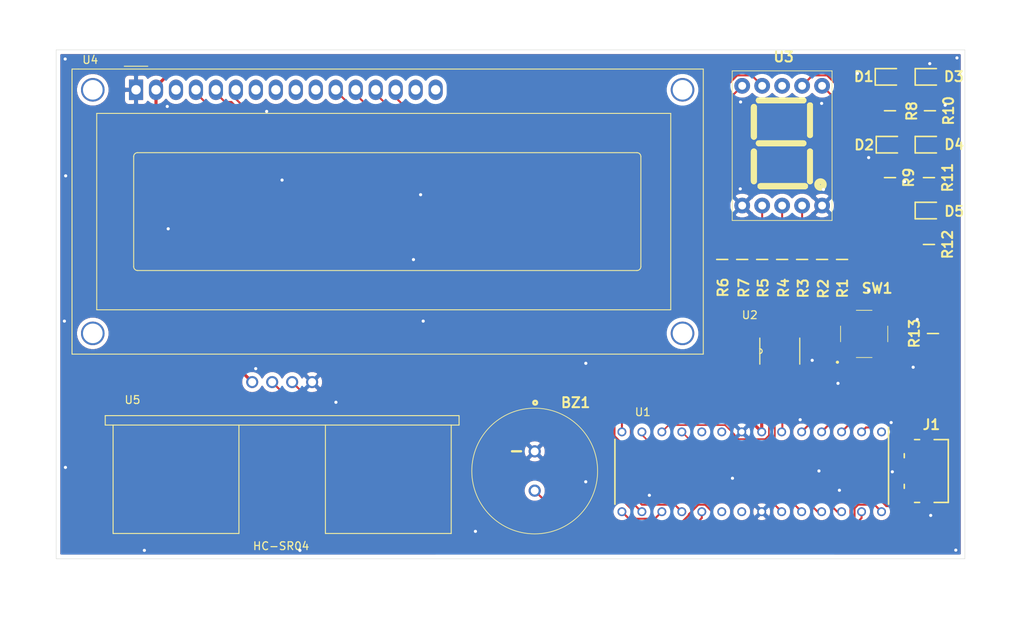
<source format=kicad_pcb>
(kicad_pcb (version 20171130) (host pcbnew "(5.1.2)-1")
  (title_block (title "Kursa_darbs (Pcbnew)") (date 2019-06-12) (rev v.1.0) (company "Ventspils Augstskola") (comment 1 Autors) (comment 2 "2IZB Edgars Irbiņš") (comment 3 "PCB_CAD kurss"))
  (layers (0 F.Cu signal) (31 B.Cu power) (34 B.Paste user) (35 F.Paste user) (36 B.SilkS user) (37 F.SilkS user) (38 B.Mask user) (39 F.Mask user) (44 Edge.Cuts user))
  (net 0 "")
  (net 1 GND)
  (net 2 "Net-(BZ1-Pad2)")
  (net 3 "Net-(D1-Pad2)")
  (net 4 "Net-(D2-Pad2)")
  (net 5 "Net-(D3-Pad2)")
  (net 6 "Net-(D4-Pad2)")
  (net 7 "Net-(D5-Pad2)")
  (net 8 +5V)
  (net 9 "Net-(J1-Pad2)")
  (net 10 "Net-(J1-Pad3)")
  (net 11 "Net-(J1-Pad4)")
  (net 12 "Net-(R1-Pad2)")
  (net 13 "Net-(R1-Pad1)")
  (net 14 "Net-(R2-Pad1)")
  (net 15 "Net-(R2-Pad2)")
  (net 16 "Net-(R3-Pad2)")
  (net 17 "Net-(R3-Pad1)")
  (net 18 "Net-(R4-Pad1)")
  (net 19 "Net-(R4-Pad2)")
  (net 20 "Net-(R5-Pad2)")
  (net 21 "Net-(R5-Pad1)")
  (net 22 "Net-(R6-Pad1)")
  (net 23 "Net-(R6-Pad2)")
  (net 24 "Net-(R7-Pad1)")
  (net 25 "Net-(R7-Pad2)")
  (net 26 /PB0)
  (net 27 /PB1)
  (net 28 /PD0)
  (net 29 /PD1)
  (net 30 /PD2)
  (net 31 "Net-(R13-Pad2)")
  (net 32 "Net-(SW1-Pad1)")
  (net 33 "Net-(U1-Pad9)")
  (net 34 "Net-(U1-Pad10)")
  (net 35 "Net-(U1-Pad11)")
  (net 36 /PB2)
  (net 37 /PB3)
  (net 38 /PB4)
  (net 39 "Net-(U1-Pad20)")
  (net 40 /PC0)
  (net 41 /PC1)
  (net 42 /PC2)
  (net 43 /PC3)
  (net 44 /PC4)
  (net 45 /PC5)
  (net 46 "Net-(U2-Pad7)")
  (net 47 "Net-(U3-Pad8)")
  (net 48 "Net-(U4-Pad3)")
  (net 49 "Net-(U4-Pad7)")
  (net 50 "Net-(U4-Pad8)")
  (net 51 "Net-(U4-Pad9)")
  (net 52 "Net-(U4-Pad10)")
  (net 53 "Net-(U4-Pad15)")
  (net 54 "Net-(U4-Pad16)")
  (net 55 "Net-(U1-Pad21)")
  (net 56 "Net-(U1-Pad13)")
  (net 57 "Net-(U1-Pad12)")
  (net 58 "Net-(U1-Pad6)")
  (net 59 "Net-(U1-Pad1)")
  (module Kursa_darbs:DIP1016W53P254L3468H457Q28N (layer F.Cu) (at 179.9 117.2 270)
    (fp_text reference U1 (at -7.6 13.85 180) (layer F.SilkS))
    (fp_text value ATmega328P-PU)
    (pad 1 thru_hole circle (at -5.08 -16.51 270) (size 1.133 1.133) (drill 0.733) (layers *.Cu *.Mask) (net 59 "Net-(U1-Pad1)"))
    (pad 2 thru_hole circle (at -5.08 -13.97 270) (size 1.133 1.133) (drill 0.733) (layers *.Cu *.Mask) (net 28 /PD0))
    (pad 3 thru_hole circle (at -5.08 -11.43 270) (size 1.133 1.133) (drill 0.733) (layers *.Cu *.Mask) (net 29 /PD1))
    (pad 4 thru_hole circle (at -5.08 -8.89 270) (size 1.133 1.133) (drill 0.733) (layers *.Cu *.Mask) (net 30 /PD2))
    (pad 5 thru_hole circle (at -5.08 -6.35 270) (size 1.133 1.133) (drill 0.733) (layers *.Cu *.Mask) (net 32 "Net-(SW1-Pad1)"))
    (pad 6 thru_hole circle (at -5.08 -3.81 270) (size 1.133 1.133) (drill 0.733) (layers *.Cu *.Mask) (net 58 "Net-(U1-Pad6)"))
    (pad 7 thru_hole circle (at -5.08 -1.27 270) (size 1.133 1.133) (drill 0.733) (layers *.Cu *.Mask) (net 8 +5V))
    (pad 8 thru_hole circle (at -5.08 1.27 270) (size 1.133 1.133) (drill 0.733) (layers *.Cu *.Mask) (net 1 GND))
    (pad 9 thru_hole circle (at -5.08 3.81 270) (size 1.133 1.133) (drill 0.733) (layers *.Cu *.Mask) (net 33 "Net-(U1-Pad9)"))
    (pad 10 thru_hole circle (at -5.08 6.35 270) (size 1.133 1.133) (drill 0.733) (layers *.Cu *.Mask) (net 34 "Net-(U1-Pad10)"))
    (pad 11 thru_hole circle (at -5.08 8.89 270) (size 1.133 1.133) (drill 0.733) (layers *.Cu *.Mask) (net 35 "Net-(U1-Pad11)"))
    (pad 12 thru_hole circle (at -5.08 11.43 270) (size 1.133 1.133) (drill 0.733) (layers *.Cu *.Mask) (net 57 "Net-(U1-Pad12)"))
    (pad 13 thru_hole circle (at -5.08 13.97 270) (size 1.133 1.133) (drill 0.733) (layers *.Cu *.Mask) (net 56 "Net-(U1-Pad13)"))
    (pad 14 thru_hole circle (at -5.08 16.51 270) (size 1.133 1.133) (drill 0.733) (layers *.Cu *.Mask) (net 26 /PB0))
    (pad 15 thru_hole circle (at 5.08 16.51 270) (size 1.133 1.133) (drill 0.733) (layers *.Cu *.Mask) (net 27 /PB1))
    (pad 16 thru_hole circle (at 5.08 13.97 270) (size 1.133 1.133) (drill 0.733) (layers *.Cu *.Mask) (net 36 /PB2))
    (pad 17 thru_hole circle (at 5.08 11.43 270) (size 1.133 1.133) (drill 0.733) (layers *.Cu *.Mask) (net 37 /PB3))
    (pad 18 thru_hole circle (at 5.08 8.89 270) (size 1.133 1.133) (drill 0.733) (layers *.Cu *.Mask) (net 38 /PB4))
    (pad 19 thru_hole circle (at 5.08 6.35 270) (size 1.133 1.133) (drill 0.733) (layers *.Cu *.Mask) (net 2 "Net-(BZ1-Pad2)"))
    (pad 20 thru_hole circle (at 5.08 3.81 270) (size 1.133 1.133) (drill 0.733) (layers *.Cu *.Mask) (net 39 "Net-(U1-Pad20)"))
    (pad 21 thru_hole circle (at 5.08 1.27 270) (size 1.133 1.133) (drill 0.733) (layers *.Cu *.Mask) (net 55 "Net-(U1-Pad21)"))
    (pad 22 thru_hole circle (at 5.08 -1.27 270) (size 1.133 1.133) (drill 0.733) (layers *.Cu *.Mask) (net 1 GND))
    (pad 23 thru_hole circle (at 5.08 -3.81 270) (size 1.133 1.133) (drill 0.733) (layers *.Cu *.Mask) (net 40 /PC0))
    (pad 24 thru_hole circle (at 5.08 -6.35 270) (size 1.133 1.133) (drill 0.733) (layers *.Cu *.Mask) (net 41 /PC1))
    (pad 25 thru_hole circle (at 5.08 -8.89 270) (size 1.133 1.133) (drill 0.733) (layers *.Cu *.Mask) (net 42 /PC2))
    (pad 26 thru_hole circle (at 5.08 -11.43 270) (size 1.133 1.133) (drill 0.733) (layers *.Cu *.Mask) (net 43 /PC3))
    (pad 27 thru_hole circle (at 5.08 -13.97 270) (size 1.133 1.133) (drill 0.733) (layers *.Cu *.Mask) (net 44 /PC4))
    (pad 28 thru_hole circle (at 5.08 -16.51 270) (size 1.133 1.133) (drill 0.733) (layers *.Cu *.Mask) (net 45 /PC5))
  )
  (module Kursa_darbs:REC001602AWPP5N00000 (layer F.Cu) (at 101.6 68.58)
    (fp_text reference U4 (at -5.82 -3.81) (layer F.SilkS))
    (fp_text value REC001602AWPP5N00000)
    (pad 1 thru_hole rect (at 0 0) (size 1.8 2.6) (drill 1.2) (layers *.Cu *.Mask) (net 1 GND))
    (pad 2 thru_hole oval (at 2.54 0) (size 1.8 2.6) (drill 1.2) (layers *.Cu *.Mask) (net 8 +5V))
    (pad 3 thru_hole oval (at 5.08 0) (size 1.8 2.6) (drill 1.2) (layers *.Cu *.Mask) (net 48 "Net-(U4-Pad3)"))
    (pad 4 thru_hole oval (at 7.62 0) (size 1.8 2.6) (drill 1.2) (layers *.Cu *.Mask) (net 37 /PB3))
    (pad 5 thru_hole oval (at 10.16 0) (size 1.8 2.6) (drill 1.2) (layers *.Cu *.Mask) (net 36 /PB2))
    (pad 6 thru_hole oval (at 12.7 0) (size 1.8 2.6) (drill 1.2) (layers *.Cu *.Mask) (net 38 /PB4))
    (pad 7 thru_hole oval (at 15.24 0) (size 1.8 2.6) (drill 1.2) (layers *.Cu *.Mask) (net 49 "Net-(U4-Pad7)"))
    (pad 8 thru_hole oval (at 17.78 0) (size 1.8 2.6) (drill 1.2) (layers *.Cu *.Mask) (net 50 "Net-(U4-Pad8)"))
    (pad 9 thru_hole oval (at 20.32 0) (size 1.8 2.6) (drill 1.2) (layers *.Cu *.Mask) (net 51 "Net-(U4-Pad9)"))
    (pad 10 thru_hole oval (at 22.86 0) (size 1.8 2.6) (drill 1.2) (layers *.Cu *.Mask) (net 52 "Net-(U4-Pad10)"))
    (pad 11 thru_hole oval (at 25.4 0) (size 1.8 2.6) (drill 1.2) (layers *.Cu *.Mask) (net 40 /PC0))
    (pad 12 thru_hole oval (at 27.94 0) (size 1.8 2.6) (drill 1.2) (layers *.Cu *.Mask) (net 41 /PC1))
    (pad 13 thru_hole oval (at 30.48 0) (size 1.8 2.6) (drill 1.2) (layers *.Cu *.Mask) (net 42 /PC2))
    (pad 14 thru_hole oval (at 33.02 0) (size 1.8 2.6) (drill 1.2) (layers *.Cu *.Mask) (net 43 /PC3))
    (pad 15 thru_hole oval (at 35.56 0) (size 1.8 2.6) (drill 1.2) (layers *.Cu *.Mask) (net 53 "Net-(U4-Pad15)"))
    (pad 16 thru_hole oval (at 38.1 0) (size 1.8 2.6) (drill 1.2) (layers *.Cu *.Mask) (net 54 "Net-(U4-Pad16)"))
    (pad "" thru_hole circle (at -5.4991 0) (size 3 3) (drill 2.5) (layers *.Cu *.Mask))
    (pad "" thru_hole circle (at -5.4991 31.0007) (size 3 3) (drill 2.5) (layers *.Cu *.Mask))
    (pad "" thru_hole circle (at 69.49948 31.0007) (size 3 3) (drill 2.5) (layers *.Cu *.Mask))
    (pad "" thru_hole circle (at 69.5 0) (size 3 3) (drill 2.5) (layers *.Cu *.Mask))
  )
  (module Kursa_darbs:RESC3216X60N (layer F.Cu) (at 176.149 90.17 270)
    (fp_text reference R6 (at 3.58 -0.101 90) (layer F.SilkS) (effects (font (size 1.27 1.27) (thickness 0.254))))
    (fp_text value 331 hide)
    (pad 2 smd rect (at 1.5 0 270) (size 1.05 1.8) (layers F.Cu F.Paste F.Mask) (net 23 "Net-(R6-Pad2)"))
    (pad 1 smd rect (at -1.5 0 270) (size 1.05 1.8) (layers F.Cu F.Paste F.Mask) (net 22 "Net-(R6-Pad1)"))
  )
  (module Kursa_darbs:CD4543B_PW_16 (layer F.Cu) (at 183.46928 101.83876 90)
    (fp_text reference U2 (at 4.58876 -3.81928 180) (layer F.SilkS))
    (fp_text value CD4543BPWR)
    (pad 1 smd rect (at -2.8194 -2.274999 90) (size 1.6764 0.3556) (layers F.Cu F.Paste F.Mask) (net 8 +5V))
    (pad 2 smd rect (at -2.8194 -1.625001 90) (size 1.6764 0.3556) (layers F.Cu F.Paste F.Mask) (net 57 "Net-(U1-Pad12)"))
    (pad 3 smd rect (at -2.8194 -0.974999 90) (size 1.6764 0.3556) (layers F.Cu F.Paste F.Mask) (net 35 "Net-(U1-Pad11)"))
    (pad 4 smd rect (at -2.8194 -0.325001 90) (size 1.6764 0.3556) (layers F.Cu F.Paste F.Mask) (net 56 "Net-(U1-Pad13)"))
    (pad 5 smd rect (at -2.8194 0.324998 90) (size 1.6764 0.3556) (layers F.Cu F.Paste F.Mask) (net 58 "Net-(U1-Pad6)"))
    (pad 6 smd rect (at -2.8194 0.974999 90) (size 1.6764 0.3556) (layers F.Cu F.Paste F.Mask) (net 1 GND))
    (pad 7 smd rect (at -2.8194 1.624998 90) (size 1.6764 0.3556) (layers F.Cu F.Paste F.Mask) (net 46 "Net-(U2-Pad7)"))
    (pad 8 smd rect (at -2.8194 2.274999 90) (size 1.6764 0.3556) (layers F.Cu F.Paste F.Mask) (net 1 GND))
    (pad 9 smd rect (at 2.8194 2.274999 90) (size 1.6764 0.3556) (layers F.Cu F.Paste F.Mask) (net 12 "Net-(R1-Pad2)"))
    (pad 10 smd rect (at 2.8194 1.625001 90) (size 1.6764 0.3556) (layers F.Cu F.Paste F.Mask) (net 15 "Net-(R2-Pad2)"))
    (pad 11 smd rect (at 2.8194 0.974999 90) (size 1.6764 0.3556) (layers F.Cu F.Paste F.Mask) (net 16 "Net-(R3-Pad2)"))
    (pad 12 smd rect (at 2.8194 0.325001 90) (size 1.6764 0.3556) (layers F.Cu F.Paste F.Mask) (net 19 "Net-(R4-Pad2)"))
    (pad 13 smd rect (at 2.8194 -0.324998 90) (size 1.6764 0.3556) (layers F.Cu F.Paste F.Mask) (net 20 "Net-(R5-Pad2)"))
    (pad 14 smd rect (at 2.8194 -0.974999 90) (size 1.6764 0.3556) (layers F.Cu F.Paste F.Mask) (net 25 "Net-(R7-Pad2)"))
    (pad 15 smd rect (at 2.8194 -1.624998 90) (size 1.6764 0.3556) (layers F.Cu F.Paste F.Mask) (net 23 "Net-(R6-Pad2)"))
    (pad 16 smd rect (at 2.8194 -2.274999 90) (size 1.6764 0.3556) (layers F.Cu F.Paste F.Mask) (net 8 +5V))
  )
  (module Kursa_darbs:SC56-11EWA (layer F.Cu) (at 178.689 83.312)
    (fp_text reference U3 (at 5.27 -18.912) (layer F.SilkS) (effects (font (size 1.27 1.27) (thickness 0.254))))
    (fp_text value SC56-11EWA hide)
    (pad 10 thru_hole circle (at 0 -15.24) (size 2 2) (drill 1) (layers *.Cu *.Mask) (net 24 "Net-(R7-Pad1)"))
    (pad 9 thru_hole circle (at 2.54 -15.24) (size 2 2) (drill 1) (layers *.Cu *.Mask) (net 22 "Net-(R6-Pad1)"))
    (pad 8 thru_hole circle (at 5.08 -15.24) (size 2 2) (drill 1) (layers *.Cu *.Mask) (net 47 "Net-(U3-Pad8)"))
    (pad 7 thru_hole circle (at 7.62 -15.24) (size 2 2) (drill 1) (layers *.Cu *.Mask) (net 13 "Net-(R1-Pad1)"))
    (pad 6 thru_hole circle (at 10.16 -15.24) (size 2 2) (drill 1) (layers *.Cu *.Mask) (net 14 "Net-(R2-Pad1)"))
    (pad 5 thru_hole circle (at 10.16 0) (size 2 2) (drill 1) (layers *.Cu *.Mask) (net 1 GND))
    (pad 4 thru_hole circle (at 7.62 0) (size 2 2) (drill 1) (layers *.Cu *.Mask) (net 17 "Net-(R3-Pad1)"))
    (pad 3 thru_hole circle (at 5.08 0) (size 2 2) (drill 1) (layers *.Cu *.Mask) (net 18 "Net-(R4-Pad1)"))
    (pad 2 thru_hole circle (at 2.54 0) (size 2 2) (drill 1) (layers *.Cu *.Mask) (net 21 "Net-(R5-Pad1)"))
    (pad 1 thru_hole circle (at 0 0) (size 2 2) (drill 1) (layers *.Cu *.Mask) (net 1 GND))
  )
  (module Kursa_darbs:LEDC2012X90N (layer F.Cu) (at 202.438 83.947)
    (fp_text reference D5 (at 3.212 0.103) (layer F.SilkS) (effects (font (size 1.27 1.27) (thickness 0.254))))
    (fp_text value "Green LED" hide)
    (pad 2 smd rect (at 0.95 0) (size 0.9 1.4) (layers F.Cu F.Paste F.Mask) (net 7 "Net-(D5-Pad2)"))
    (pad 1 smd rect (at -0.95 0) (size 0.9 1.4) (layers F.Cu F.Paste F.Mask) (net 1 GND))
  )
  (module Kursa_darbs:LEDC2012X90N (layer F.Cu) (at 202.438 66.929)
    (fp_text reference D3 (at 3.162 -0.029) (layer F.SilkS) (effects (font (size 1.27 1.27) (thickness 0.254))))
    (fp_text value "Red LED" hide)
    (pad 2 smd rect (at 0.95 0) (size 0.9 1.4) (layers F.Cu F.Paste F.Mask) (net 5 "Net-(D3-Pad2)"))
    (pad 1 smd rect (at -0.95 0) (size 0.9 1.4) (layers F.Cu F.Paste F.Mask) (net 1 GND))
  )
  (module Kursa_darbs:LEDC2012X90N (layer F.Cu) (at 197.485 75.565)
    (fp_text reference D2 (at -3.285 0.035) (layer F.SilkS) (effects (font (size 1.27 1.27) (thickness 0.254))))
    (fp_text value "Green LED" hide)
    (pad 2 smd rect (at 0.95 0) (size 0.9 1.4) (layers F.Cu F.Paste F.Mask) (net 4 "Net-(D2-Pad2)"))
    (pad 1 smd rect (at -0.95 0) (size 0.9 1.4) (layers F.Cu F.Paste F.Mask) (net 1 GND))
  )
  (module Kursa_darbs:LEDC2012X90N (layer F.Cu) (at 197.358 66.929)
    (fp_text reference D1 (at -3.208 -0.029) (layer F.SilkS) (effects (font (size 1.27 1.27) (thickness 0.254))))
    (fp_text value "Red LED" hide)
    (pad 2 smd rect (at 0.95 0) (size 0.9 1.4) (layers F.Cu F.Paste F.Mask) (net 3 "Net-(D1-Pad2)"))
    (pad 1 smd rect (at -0.95 0) (size 0.9 1.4) (layers F.Cu F.Paste F.Mask) (net 1 GND))
  )
  (module Kursa_darbs:LEDC2012X90N (layer F.Cu) (at 202.438 75.565)
    (fp_text reference D4 (at 3.212 -0.015) (layer F.SilkS) (effects (font (size 1.27 1.27) (thickness 0.254))))
    (fp_text value "Yellow LED" hide)
    (pad 2 smd rect (at 0.95 0) (size 0.9 1.4) (layers F.Cu F.Paste F.Mask) (net 6 "Net-(D4-Pad2)"))
    (pad 1 smd rect (at -0.95 0) (size 0.9 1.4) (layers F.Cu F.Paste F.Mask) (net 1 GND))
  )
  (module Kursa_darbs:RESC3216X60N (layer F.Cu) (at 197.485 79.756 270)
    (fp_text reference R9 (at 0 -2.37 90) (layer F.SilkS) (effects (font (size 1.27 1.27) (thickness 0.254))))
    (fp_text value 102 hide)
    (pad 2 smd rect (at 1.5 0 270) (size 1.05 1.8) (layers F.Cu F.Paste F.Mask) (net 27 /PB1))
    (pad 1 smd rect (at -1.5 0 270) (size 1.05 1.8) (layers F.Cu F.Paste F.Mask) (net 4 "Net-(D2-Pad2)"))
  )
  (module Kursa_darbs:RESC3216X60N (layer F.Cu) (at 202.565 71.247 270)
    (fp_text reference R10 (at 0 -2.37 90) (layer F.SilkS) (effects (font (size 1.27 1.27) (thickness 0.254))))
    (fp_text value 102 hide)
    (pad 2 smd rect (at 1.5 0 270) (size 1.05 1.8) (layers F.Cu F.Paste F.Mask) (net 28 /PD0))
    (pad 1 smd rect (at -1.5 0 270) (size 1.05 1.8) (layers F.Cu F.Paste F.Mask) (net 5 "Net-(D3-Pad2)"))
  )
  (module Kursa_darbs:RESC3216X60N (layer F.Cu) (at 197.485 71.247 270)
    (fp_text reference R8 (at 0.053 -2.765 90) (layer F.SilkS) (effects (font (size 1.27 1.27) (thickness 0.254))))
    (fp_text value 102 hide)
    (pad 2 smd rect (at 1.5 0 270) (size 1.05 1.8) (layers F.Cu F.Paste F.Mask) (net 26 /PB0))
    (pad 1 smd rect (at -1.5 0 270) (size 1.05 1.8) (layers F.Cu F.Paste F.Mask) (net 3 "Net-(D1-Pad2)"))
  )
  (module Kursa_darbs:RESC3216X60N (layer F.Cu) (at 183.769 90.17 270)
    (fp_text reference R4 (at 3.63 -0.181 90) (layer F.SilkS) (effects (font (size 1.27 1.27) (thickness 0.254))))
    (fp_text value 331 hide)
    (pad 2 smd rect (at 1.5 0 270) (size 1.05 1.8) (layers F.Cu F.Paste F.Mask) (net 19 "Net-(R4-Pad2)"))
    (pad 1 smd rect (at -1.5 0 270) (size 1.05 1.8) (layers F.Cu F.Paste F.Mask) (net 18 "Net-(R4-Pad1)"))
  )
  (module Kursa_darbs:RESC3216X60N (layer F.Cu) (at 202.438 88.265 270)
    (fp_text reference R12 (at 0 -2.37 90) (layer F.SilkS) (effects (font (size 1.27 1.27) (thickness 0.254))))
    (fp_text value 102 hide)
    (pad 2 smd rect (at 1.5 0 270) (size 1.05 1.8) (layers F.Cu F.Paste F.Mask) (net 30 /PD2))
    (pad 1 smd rect (at -1.5 0 270) (size 1.05 1.8) (layers F.Cu F.Paste F.Mask) (net 7 "Net-(D5-Pad2)"))
  )
  (module Kursa_darbs:RESC3216X60N (layer F.Cu) (at 186.309 90.17 270)
    (fp_text reference R3 (at 3.68 -0.141 90) (layer F.SilkS) (effects (font (size 1.27 1.27) (thickness 0.254))))
    (fp_text value 331 hide)
    (pad 2 smd rect (at 1.5 0 270) (size 1.05 1.8) (layers F.Cu F.Paste F.Mask) (net 16 "Net-(R3-Pad2)"))
    (pad 1 smd rect (at -1.5 0 270) (size 1.05 1.8) (layers F.Cu F.Paste F.Mask) (net 17 "Net-(R3-Pad1)"))
  )
  (module Kursa_darbs:RESC3216X60N (layer F.Cu) (at 191.389 90.17 270)
    (fp_text reference R1 (at 3.68 -0.061 90) (layer F.SilkS) (effects (font (size 1.27 1.27) (thickness 0.254))))
    (fp_text value 331 hide)
    (pad 2 smd rect (at 1.5 0 270) (size 1.05 1.8) (layers F.Cu F.Paste F.Mask) (net 12 "Net-(R1-Pad2)"))
    (pad 1 smd rect (at -1.5 0 270) (size 1.05 1.8) (layers F.Cu F.Paste F.Mask) (net 13 "Net-(R1-Pad1)"))
  )
  (module Kursa_darbs:RESC3216X60N (layer F.Cu) (at 202.95 99.6 90)
    (fp_text reference R13 (at 0 -2.37 90) (layer F.SilkS) (effects (font (size 1.27 1.27) (thickness 0.254))))
    (fp_text value 103 hide)
    (pad 2 smd rect (at 1.5 0 90) (size 1.05 1.8) (layers F.Cu F.Paste F.Mask) (net 31 "Net-(R13-Pad2)"))
    (pad 1 smd rect (at -1.5 0 90) (size 1.05 1.8) (layers F.Cu F.Paste F.Mask) (net 1 GND))
  )
  (module Kursa_darbs:RESC3216X60N (layer F.Cu) (at 188.849 90.17 270)
    (fp_text reference R2 (at 3.73 -0.151 90) (layer F.SilkS) (effects (font (size 1.27 1.27) (thickness 0.254))))
    (fp_text value 331 hide)
    (pad 2 smd rect (at 1.5 0 270) (size 1.05 1.8) (layers F.Cu F.Paste F.Mask) (net 15 "Net-(R2-Pad2)"))
    (pad 1 smd rect (at -1.5 0 270) (size 1.05 1.8) (layers F.Cu F.Paste F.Mask) (net 14 "Net-(R2-Pad1)"))
  )
  (module Kursa_darbs:RESC3216X60N (layer F.Cu) (at 178.689 90.17 270)
    (fp_text reference R7 (at 3.63 -0.211 90) (layer F.SilkS) (effects (font (size 1.27 1.27) (thickness 0.254))))
    (fp_text value 331 hide)
    (pad 2 smd rect (at 1.5 0 270) (size 1.05 1.8) (layers F.Cu F.Paste F.Mask) (net 25 "Net-(R7-Pad2)"))
    (pad 1 smd rect (at -1.5 0 270) (size 1.05 1.8) (layers F.Cu F.Paste F.Mask) (net 24 "Net-(R7-Pad1)"))
  )
  (module Kursa_darbs:RESC3216X60N (layer F.Cu) (at 202.438 79.756 270)
    (fp_text reference R11 (at 0 -2.37 90) (layer F.SilkS) (effects (font (size 1.27 1.27) (thickness 0.254))))
    (fp_text value 102 hide)
    (pad 2 smd rect (at 1.5 0 270) (size 1.05 1.8) (layers F.Cu F.Paste F.Mask) (net 29 /PD1))
    (pad 1 smd rect (at -1.5 0 270) (size 1.05 1.8) (layers F.Cu F.Paste F.Mask) (net 6 "Net-(D4-Pad2)"))
  )
  (module Kursa_darbs:RESC3216X60N (layer F.Cu) (at 181.229 90.17 270)
    (fp_text reference R5 (at 3.63 -0.121 90) (layer F.SilkS) (effects (font (size 1.27 1.27) (thickness 0.254))))
    (fp_text value 331 hide)
    (pad 2 smd rect (at 1.5 0 270) (size 1.05 1.8) (layers F.Cu F.Paste F.Mask) (net 20 "Net-(R5-Pad2)"))
    (pad 1 smd rect (at -1.5 0 270) (size 1.05 1.8) (layers F.Cu F.Paste F.Mask) (net 21 "Net-(R5-Pad1)"))
  )
  (module Kursa_darbs:LL3301BF065QJ (layer F.Cu) (at 194.2 99.65 90)
    (fp_text reference SW1 (at 5.8 1.65 180) (layer F.SilkS) (effects (font (size 1.27 1.27) (thickness 0.254))))
    (fp_text value Button hide)
    (pad 1 smd rect (at -3 -2.25 180) (size 1.4 2.1) (layers F.Cu F.Paste F.Mask) (net 32 "Net-(SW1-Pad1)"))
    (pad 2 smd rect (at 3 -2.25 180) (size 1.4 2.1) (layers F.Cu F.Paste F.Mask))
    (pad 3 smd rect (at -3 2.25 180) (size 1.4 2.1) (layers F.Cu F.Paste F.Mask))
    (pad 4 smd rect (at 3 2.25 180) (size 1.4 2.1) (layers F.Cu F.Paste F.Mask) (net 31 "Net-(R13-Pad2)"))
  )
  (module Kursa_darbs:1981568-1 (layer F.Cu) (at 204.9 117.1 90)
    (fp_text reference J1 (at 5.9 -2.15 180) (layer F.SilkS) (effects (font (size 1.27 1.27) (thickness 0.254))))
    (fp_text value USB_B_Micro hide)
    (pad 11 smd rect (at 1.15 -2.75 180) (size 1.9 1.9) (layers F.Cu F.Paste F.Mask))
    (pad 10 smd rect (at -1.15 -2.75 180) (size 1.9 1.9) (layers F.Cu F.Paste F.Mask))
    (pad 9 smd rect (at 3.425 -2.75 180) (size 1.3 1.45) (layers F.Cu F.Paste F.Mask))
    (pad 8 smd rect (at -3.425 -2.75 180) (size 1.3 1.45) (layers F.Cu F.Paste F.Mask))
    (pad 7 smd rect (at 3.2 -5.2 180) (size 1.4 1.6) (layers F.Cu F.Paste F.Mask))
    (pad 6 smd rect (at -3.2 -5.2 180) (size 1.4 1.6) (layers F.Cu F.Paste F.Mask) (net 1 GND))
    (pad 5 smd rect (at 1.3 -5.425 90) (size 0.4 1.35) (layers F.Cu F.Paste F.Mask) (net 1 GND))
    (pad 4 smd rect (at 0.65 -5.425 90) (size 0.4 1.35) (layers F.Cu F.Paste F.Mask) (net 11 "Net-(J1-Pad4)"))
    (pad 3 smd rect (at 0 -5.425 90) (size 0.4 1.35) (layers F.Cu F.Paste F.Mask) (net 10 "Net-(J1-Pad3)"))
    (pad 2 smd rect (at -0.65 -5.425 90) (size 0.4 1.35) (layers F.Cu F.Paste F.Mask) (net 9 "Net-(J1-Pad2)"))
    (pad 1 smd rect (at -1.3 -5.425 90) (size 0.4 1.35) (layers F.Cu F.Paste F.Mask) (net 8 +5V))
  )
  (module Kursa_darbs:SDC1610M5-01 (layer F.Cu) (at 152.3 117.1 270)
    (fp_text reference BZ1 (at -8.7 -5.2 180) (layer F.SilkS) (effects (font (size 1.27 1.27) (thickness 0.254))))
    (fp_text value SDC1610M5 hide)
    (pad 2 thru_hole circle (at 2.5 0 270) (size 1.55 1.55) (drill 1) (layers *.Cu *.Mask) (net 2 "Net-(BZ1-Pad2)"))
    (pad 1 thru_hole circle (at -2.5 0 270) (size 1.55 1.55) (drill 1) (layers *.Cu *.Mask) (net 1 GND))
  )
  (module Kursa_darbs:XCVR_HC-SR04 (layer F.Cu) (at 120.184001 105.780001)
    (fp_text reference U5 (at -19.034001 2.269999) (layer F.SilkS) (effects (font (size 1.00052 1.00052))))
    (fp_text value HC-SR04 (at -0.134001 20.869999) (layer F.SilkS))
    (pad 1 thru_hole circle (at -3.81 0) (size 1.53 1.53) (drill 1.02) (layers *.Cu *.Mask) (net 8 +5V))
    (pad 4 thru_hole circle (at 3.81 0) (size 1.53 1.53) (drill 1.02) (layers *.Cu *.Mask) (net 1 GND))
    (pad 3 thru_hole circle (at 1.27 0) (size 1.53 1.53) (drill 1.02) (layers *.Cu *.Mask) (net 45 /PC5))
    (pad 2 thru_hole circle (at -1.27 0) (size 1.53 1.53) (drill 1.02) (layers *.Cu *.Mask) (net 44 /PC4))
  )
  (gr_text - (at 149.99 114.48) (layer F.SilkS) (effects (font (size 1.5 1.5) (thickness 0.3))))
  (gr_line (start 207.01 63.5) (end 91.44 63.5) (layer Edge.Cuts) (width 0.05))
  (gr_line (start 207.01 128.27) (end 207.01 63.5) (layer Edge.Cuts) (width 0.05))
  (gr_line (start 91.44 128.27) (end 207.01 128.27) (layer Edge.Cuts) (width 0.05))
  (gr_line (start 91.44 63.5) (end 91.44 128.27) (layer Edge.Cuts) (width 0.05))
  (via (at 190.87 105.94) (size 0.8) (drill 0.4) (layers F.Cu B.Cu) (net 1))
  (via (at 186.06 110.57) (size 0.8) (drill 0.4) (layers F.Cu B.Cu) (net 1))
  (via (at 187.59 103.01) (size 0.8) (drill 0.4) (layers F.Cu B.Cu) (net 1))
  (via (at 188.45 117.09) (size 0.8) (drill 0.4) (layers F.Cu B.Cu) (net 1))
  (via (at 197.78 117.2) (size 0.8) (drill 0.4) (layers F.Cu B.Cu) (net 1))
  (via (at 197.63 110.93) (size 0.8) (drill 0.4) (layers F.Cu B.Cu) (net 1))
  (via (at 191.05 119.55) (size 0.8) (drill 0.4) (layers F.Cu B.Cu) (net 1))
  (via (at 205.85 127.17) (size 0.8) (drill 0.4) (layers F.Cu B.Cu) (net 1))
  (via (at 202.66 122.75) (size 0.8) (drill 0.4) (layers F.Cu B.Cu) (net 1))
  (via (at 206 64.52) (size 0.8) (drill 0.4) (layers F.Cu B.Cu) (net 1))
  (via (at 204.5 70.54) (size 0.8) (drill 0.4) (layers F.Cu B.Cu) (net 1))
  (via (at 202.54 65.25) (size 0.8) (drill 0.4) (layers F.Cu B.Cu) (net 1))
  (via (at 92.59 64.66) (size 0.8) (drill 0.4) (layers F.Cu B.Cu) (net 1))
  (via (at 92.65 79.53) (size 0.8) (drill 0.4) (layers F.Cu B.Cu) (net 1))
  (via (at 92.49 98.02) (size 0.8) (drill 0.4) (layers F.Cu B.Cu) (net 1))
  (via (at 92.62 116.64) (size 0.8) (drill 0.4) (layers F.Cu B.Cu) (net 1))
  (via (at 102.66 127.2) (size 0.8) (drill 0.4) (layers F.Cu B.Cu) (net 1))
  (via (at 122.44 127.2) (size 0.8) (drill 0.4) (layers F.Cu B.Cu) (net 1))
  (via (at 200.95 97.81) (size 0.8) (drill 0.4) (layers F.Cu B.Cu) (net 1))
  (via (at 200.43 103.89) (size 0.8) (drill 0.4) (layers F.Cu B.Cu) (net 1))
  (via (at 194.77 94.13) (size 0.8) (drill 0.4) (layers F.Cu B.Cu) (net 1))
  (via (at 194.77 77.21) (size 0.8) (drill 0.4) (layers F.Cu B.Cu) (net 1))
  (via (at 193.34 66.5) (size 0.8) (drill 0.4) (layers F.Cu B.Cu) (net 1))
  (via (at 199.35 80.27) (size 0.8) (drill 0.4) (layers F.Cu B.Cu) (net 1))
  (via (at 178.48 70.13) (size 0.8) (drill 0.4) (layers F.Cu B.Cu) (net 1))
  (via (at 178.44 81.19) (size 0.8) (drill 0.4) (layers F.Cu B.Cu) (net 1))
  (via (at 189.02 81.27) (size 0.8) (drill 0.4) (layers F.Cu B.Cu) (net 1))
  (via (at 188.79 70.31) (size 0.8) (drill 0.4) (layers F.Cu B.Cu) (net 1))
  (via (at 105.57 70.7) (size 0.8) (drill 0.4) (layers F.Cu B.Cu) (net 1))
  (via (at 105.69 86.27) (size 0.8) (drill 0.4) (layers F.Cu B.Cu) (net 1))
  (via (at 116.82 104.07) (size 0.8) (drill 0.4) (layers F.Cu B.Cu) (net 1))
  (via (at 127.02 108.35) (size 0.8) (drill 0.4) (layers F.Cu B.Cu) (net 1))
  (via (at 144.76 124.78) (size 0.8) (drill 0.4) (layers F.Cu B.Cu) (net 1))
  (via (at 158.79 118.47) (size 0.8) (drill 0.4) (layers F.Cu B.Cu) (net 1))
  (via (at 138.12 98.02) (size 0.8) (drill 0.4) (layers F.Cu B.Cu) (net 1))
  (via (at 120.17 80.07) (size 0.8) (drill 0.4) (layers F.Cu B.Cu) (net 1))
  (via (at 118.21 71.33) (size 0.8) (drill 0.4) (layers F.Cu B.Cu) (net 1))
  (via (at 136.88 90.19) (size 0.8) (drill 0.4) (layers F.Cu B.Cu) (net 1))
  (via (at 177.45 118.02) (size 0.8) (drill 0.4) (layers F.Cu B.Cu) (net 1))
  (via (at 166.88 120.19) (size 0.8) (drill 0.4) (layers F.Cu B.Cu) (net 1))
  (via (at 158.8 103.39) (size 0.8) (drill 0.4) (layers F.Cu B.Cu) (net 1))
  (via (at 137.79 81.93) (size 0.8) (drill 0.4) (layers F.Cu B.Cu) (net 1))
  (segment (start 199.475 115.8) (end 198.4 115.8) (width 0.4) (layer F.Cu) (net 1))
  (segment (start 184.444279 104.65816) (end 184.444279 102.944279) (width 0.4) (layer F.Cu) (net 1))
  (segment (start 184.444279 105.834163) (end 185.26 106.649884) (width 0.4) (layer F.Cu) (net 1))
  (segment (start 184.444279 104.65816) (end 184.444279 105.834163) (width 0.4) (layer F.Cu) (net 1))
  (segment (start 185.722079 103.842079) (end 185.722079 102.942079) (width 0.4) (layer F.Cu) (net 1))
  (segment (start 185.744279 104.65816) (end 185.744279 103.864279) (width 0.4) (layer F.Cu) (net 1))
  (segment (start 185.744279 103.864279) (end 185.722079 103.842079) (width 0.4) (layer F.Cu) (net 1))
  (segment (start 185.744279 105.475721) (end 185.74 105.48) (width 0.4) (layer F.Cu) (net 1))
  (segment (start 185.744279 104.65816) (end 185.744279 105.475721) (width 0.4) (layer F.Cu) (net 1))
  (segment (start 185.744279 105.89636) (end 185.74 105.900639) (width 0.4) (layer F.Cu) (net 1))
  (segment (start 185.744279 104.65816) (end 185.744279 105.89636) (width 0.4) (layer F.Cu) (net 1))
  (segment (start 153.074999 120.374999) (end 152.3 119.6) (width 0.25) (layer F.Cu) (net 2))
  (segment (start 158.7 126) (end 153.074999 120.374999) (width 0.25) (layer F.Cu) (net 2))
  (segment (start 170.631151 126) (end 158.7 126) (width 0.25) (layer F.Cu) (net 2))
  (segment (start 173.55 122.28) (end 173.55 123.081151) (width 0.25) (layer F.Cu) (net 2))
  (segment (start 173.55 123.081151) (end 170.631151 126) (width 0.25) (layer F.Cu) (net 2))
  (segment (start 197.608 66.929) (end 198.308 66.929) (width 0.25) (layer F.Cu) (net 3))
  (segment (start 197.485 67.052) (end 197.608 66.929) (width 0.25) (layer F.Cu) (net 3))
  (segment (start 197.485 69.747) (end 197.485 67.052) (width 0.25) (layer F.Cu) (net 3))
  (segment (start 198.435 77.306) (end 197.485 78.256) (width 0.25) (layer F.Cu) (net 4))
  (segment (start 198.435 75.565) (end 198.435 77.306) (width 0.25) (layer F.Cu) (net 4))
  (segment (start 202.688 66.929) (end 203.388 66.929) (width 0.25) (layer F.Cu) (net 5))
  (segment (start 202.565 67.052) (end 202.688 66.929) (width 0.25) (layer F.Cu) (net 5))
  (segment (start 202.565 69.62) (end 202.565 67.052) (width 0.25) (layer F.Cu) (net 5))
  (segment (start 203.388 77.306) (end 202.438 78.256) (width 0.25) (layer F.Cu) (net 6))
  (segment (start 203.388 75.565) (end 203.388 77.306) (width 0.25) (layer F.Cu) (net 6))
  (segment (start 203.388 85.815) (end 202.438 86.765) (width 0.25) (layer F.Cu) (net 7))
  (segment (start 203.388 83.947) (end 203.388 85.815) (width 0.25) (layer F.Cu) (net 7))
  (segment (start 181.194281 112.095719) (end 181.17 112.12) (width 0.4) (layer F.Cu) (net 8))
  (segment (start 199.289998 118.4) (end 199.475 118.4) (width 0.4) (layer F.Cu) (net 8))
  (segment (start 181.52 112.12) (end 181.17 112.12) (width 0.4) (layer F.Cu) (net 8))
  (segment (start 104.14 93.546) (end 116.374001 105.780001) (width 0.4) (layer F.Cu) (net 8))
  (segment (start 104.14 68.58) (end 104.14 93.546) (width 0.4) (layer F.Cu) (net 8))
  (segment (start 180.603501 111.553501) (end 181.17 112.12) (width 0.4) (layer F.Cu) (net 8))
  (segment (start 179.7 110.65) (end 180.603501 111.553501) (width 0.4) (layer F.Cu) (net 8))
  (segment (start 199.475 118.4) (end 187.8 118.4) (width 0.4) (layer F.Cu) (net 8))
  (segment (start 187.8 118.4) (end 184.25 114.85) (width 0.4) (layer F.Cu) (net 8))
  (segment (start 184.25 114.85) (end 166.5 114.85) (width 0.4) (layer F.Cu) (net 8))
  (segment (start 165.6 110.65) (end 179.7 110.65) (width 0.4) (layer F.Cu) (net 8))
  (segment (start 166.5 114.85) (end 164.6 112.95) (width 0.4) (layer F.Cu) (net 8))
  (segment (start 164.6 112.95) (end 164.6 111.65) (width 0.4) (layer F.Cu) (net 8))
  (segment (start 164.6 111.65) (end 165.6 110.65) (width 0.4) (layer F.Cu) (net 8))
  (segment (start 181.17 104.682441) (end 181.194281 104.65816) (width 0.4) (layer F.Cu) (net 8))
  (segment (start 181.17 112.12) (end 181.17 104.682441) (width 0.4) (layer F.Cu) (net 8))
  (segment (start 106.97 65.35) (end 104.14 68.18) (width 0.4) (layer F.Cu) (net 8))
  (segment (start 199.55 72.917002) (end 199.55 66.210998) (width 0.4) (layer F.Cu) (net 8))
  (segment (start 104.14 68.18) (end 104.14 68.58) (width 0.4) (layer F.Cu) (net 8))
  (segment (start 198.517002 73.95) (end 199.55 72.917002) (width 0.4) (layer F.Cu) (net 8))
  (segment (start 195.997 73.95) (end 198.517002 73.95) (width 0.4) (layer F.Cu) (net 8))
  (segment (start 181.194281 103.41996) (end 182.764241 101.85) (width 0.4) (layer F.Cu) (net 8))
  (segment (start 181.194281 104.65816) (end 181.194281 103.41996) (width 0.4) (layer F.Cu) (net 8))
  (segment (start 182.764241 101.85) (end 189.7 101.85) (width 0.4) (layer F.Cu) (net 8))
  (segment (start 199.55 66.210998) (end 198.689002 65.35) (width 0.4) (layer F.Cu) (net 8))
  (segment (start 189.7 101.85) (end 193.4 98.15) (width 0.4) (layer F.Cu) (net 8))
  (segment (start 198.689002 65.35) (end 106.97 65.35) (width 0.4) (layer F.Cu) (net 8))
  (segment (start 193.4 98.15) (end 193.4 76.547) (width 0.4) (layer F.Cu) (net 8))
  (segment (start 193.4 76.547) (end 195.997 73.95) (width 0.4) (layer F.Cu) (net 8))
  (segment (start 181.194281 100.28004) (end 181.194281 99.01936) (width 0.4) (layer F.Cu) (net 8))
  (segment (start 182.764241 101.85) (end 181.194281 100.28004) (width 0.4) (layer F.Cu) (net 8))
  (segment (start 185.744279 97.93116) (end 185.744279 99.01936) (width 0.25) (layer F.Cu) (net 12))
  (segment (start 185.744279 96.939721) (end 185.744279 97.93116) (width 0.25) (layer F.Cu) (net 12))
  (segment (start 191.014 91.67) (end 185.744279 96.939721) (width 0.25) (layer F.Cu) (net 12))
  (segment (start 191.389 91.67) (end 191.014 91.67) (width 0.25) (layer F.Cu) (net 12))
  (segment (start 187.308999 67.072001) (end 186.309 68.072) (width 0.25) (layer F.Cu) (net 13))
  (segment (start 187.634001 66.746999) (end 187.308999 67.072001) (width 0.25) (layer F.Cu) (net 13))
  (segment (start 189.485001 66.746999) (end 187.634001 66.746999) (width 0.25) (layer F.Cu) (net 13))
  (segment (start 191.389 68.650998) (end 189.485001 66.746999) (width 0.25) (layer F.Cu) (net 13))
  (segment (start 191.389 88.67) (end 191.389 68.650998) (width 0.25) (layer F.Cu) (net 13))
  (segment (start 188.849 88.67) (end 189.224 88.67) (width 0.25) (layer F.Cu) (net 14))
  (segment (start 189.848999 69.071999) (end 188.849 68.072) (width 0.25) (layer F.Cu) (net 14))
  (segment (start 190.474001 69.697001) (end 189.848999 69.071999) (width 0.25) (layer F.Cu) (net 14))
  (segment (start 190.474001 86.269999) (end 190.474001 69.697001) (width 0.25) (layer F.Cu) (net 14))
  (segment (start 188.849 87.895) (end 190.474001 86.269999) (width 0.25) (layer F.Cu) (net 14))
  (segment (start 188.849 88.67) (end 188.849 87.895) (width 0.25) (layer F.Cu) (net 14))
  (segment (start 185.094281 97.93116) (end 185.094281 99.01936) (width 0.25) (layer F.Cu) (net 15))
  (segment (start 185.094281 96.199719) (end 185.094281 97.93116) (width 0.25) (layer F.Cu) (net 15))
  (segment (start 188.849 92.445) (end 185.094281 96.199719) (width 0.25) (layer F.Cu) (net 15))
  (segment (start 188.849 91.67) (end 188.849 92.445) (width 0.25) (layer F.Cu) (net 15))
  (segment (start 184.444279 97.93116) (end 184.444279 99.01936) (width 0.25) (layer F.Cu) (net 16))
  (segment (start 184.444279 94.309721) (end 184.444279 97.93116) (width 0.25) (layer F.Cu) (net 16))
  (segment (start 186.309 92.445) (end 184.444279 94.309721) (width 0.25) (layer F.Cu) (net 16))
  (segment (start 186.309 91.67) (end 186.309 92.445) (width 0.25) (layer F.Cu) (net 16))
  (segment (start 186.309 88.67) (end 186.309 83.312) (width 0.25) (layer F.Cu) (net 17))
  (segment (start 183.769 88.67) (end 183.769 83.312) (width 0.25) (layer F.Cu) (net 18))
  (segment (start 183.769 98.994079) (end 183.794281 99.01936) (width 0.25) (layer F.Cu) (net 19))
  (segment (start 183.769 91.67) (end 183.769 98.994079) (width 0.25) (layer F.Cu) (net 19))
  (segment (start 183.144282 97.93116) (end 183.144282 99.01936) (width 0.25) (layer F.Cu) (net 20))
  (segment (start 183.144282 94.360282) (end 183.144282 97.93116) (width 0.25) (layer F.Cu) (net 20))
  (segment (start 181.229 92.445) (end 183.144282 94.360282) (width 0.25) (layer F.Cu) (net 20))
  (segment (start 181.229 91.67) (end 181.229 92.445) (width 0.25) (layer F.Cu) (net 20))
  (segment (start 181.229 87.895) (end 181.229 83.312) (width 0.25) (layer F.Cu) (net 21))
  (segment (start 181.229 88.67) (end 181.229 87.895) (width 0.25) (layer F.Cu) (net 21))
  (segment (start 180.229001 67.072001) (end 181.229 68.072) (width 0.25) (layer F.Cu) (net 22))
  (segment (start 179.903999 66.746999) (end 180.229001 67.072001) (width 0.25) (layer F.Cu) (net 22))
  (segment (start 178.052999 66.746999) (end 179.903999 66.746999) (width 0.25) (layer F.Cu) (net 22))
  (segment (start 176.149 68.650998) (end 178.052999 66.746999) (width 0.25) (layer F.Cu) (net 22))
  (segment (start 176.149 88.67) (end 176.149 68.650998) (width 0.25) (layer F.Cu) (net 22))
  (segment (start 181.844282 98.140282) (end 181.844282 99.01936) (width 0.25) (layer F.Cu) (net 23))
  (segment (start 181.844282 97.93116) (end 181.844282 99.01936) (width 0.25) (layer F.Cu) (net 23))
  (segment (start 181.844282 96.990282) (end 181.844282 97.93116) (width 0.25) (layer F.Cu) (net 23))
  (segment (start 176.524 91.67) (end 181.844282 96.990282) (width 0.25) (layer F.Cu) (net 23))
  (segment (start 176.149 91.67) (end 176.524 91.67) (width 0.25) (layer F.Cu) (net 23))
  (segment (start 177.689001 69.071999) (end 178.689 68.072) (width 0.25) (layer F.Cu) (net 24))
  (segment (start 177.063999 69.697001) (end 177.689001 69.071999) (width 0.25) (layer F.Cu) (net 24))
  (segment (start 177.063999 86.269999) (end 177.063999 69.697001) (width 0.25) (layer F.Cu) (net 24))
  (segment (start 178.689 87.895) (end 177.063999 86.269999) (width 0.25) (layer F.Cu) (net 24))
  (segment (start 178.689 88.67) (end 178.689 87.895) (width 0.25) (layer F.Cu) (net 24))
  (segment (start 182.494281 97.93116) (end 182.494281 99.01936) (width 0.25) (layer F.Cu) (net 25))
  (segment (start 182.494281 96.250281) (end 182.494281 97.93116) (width 0.25) (layer F.Cu) (net 25))
  (segment (start 178.689 92.445) (end 182.494281 96.250281) (width 0.25) (layer F.Cu) (net 25))
  (segment (start 178.689 91.67) (end 178.689 92.445) (width 0.25) (layer F.Cu) (net 25))
  (segment (start 163.39 111.318849) (end 163.39 112.12) (width 0.25) (layer F.Cu) (net 26))
  (segment (start 163.39 80.773588) (end 163.39 111.318849) (width 0.25) (layer F.Cu) (net 26))
  (segment (start 177.866598 66.29699) (end 163.39 80.773588) (width 0.25) (layer F.Cu) (net 26))
  (segment (start 189.884989 66.296989) (end 177.866598 66.29699) (width 0.25) (layer F.Cu) (net 26))
  (segment (start 197.485 72.747) (end 196.335 72.747) (width 0.25) (layer F.Cu) (net 26))
  (segment (start 196.335 72.747) (end 189.884989 66.296989) (width 0.25) (layer F.Cu) (net 26))
  (segment (start 205.125021 72.925021) (end 205.125021 119.509981) (width 0.25) (layer F.Cu) (net 27))
  (segment (start 196.387911 120.938489) (end 193.255678 120.93849) (width 0.25) (layer F.Cu) (net 27))
  (segment (start 191 124.5) (end 176.23358 124.5) (width 0.25) (layer F.Cu) (net 27))
  (segment (start 203.060001 121.575001) (end 197.024423 121.575001) (width 0.25) (layer F.Cu) (net 27))
  (segment (start 193.255678 120.93849) (end 192.45 121.744168) (width 0.25) (layer F.Cu) (net 27))
  (segment (start 192.45 121.744168) (end 192.45 123.05) (width 0.25) (layer F.Cu) (net 27))
  (segment (start 192.45 123.05) (end 191 124.5) (width 0.25) (layer F.Cu) (net 27))
  (segment (start 176.23358 124.5) (end 174.8 123.06642) (width 0.25) (layer F.Cu) (net 27))
  (segment (start 164.731511 123.621511) (end 163.956499 122.846499) (width 0.25) (layer F.Cu) (net 27))
  (segment (start 205.125021 119.509981) (end 203.060001 121.575001) (width 0.25) (layer F.Cu) (net 27))
  (segment (start 171.901501 122.707921) (end 170.987911 123.621511) (width 0.25) (layer F.Cu) (net 27))
  (segment (start 173.111501 121.388499) (end 171.901501 122.598499) (width 0.25) (layer F.Cu) (net 27))
  (segment (start 174.8 122.210578) (end 173.977921 121.388499) (width 0.25) (layer F.Cu) (net 27))
  (segment (start 174.8 123.06642) (end 174.8 122.210578) (width 0.25) (layer F.Cu) (net 27))
  (segment (start 203.4 71.2) (end 205.125021 72.925021) (width 0.25) (layer F.Cu) (net 27))
  (segment (start 202.08019 71.2) (end 203.4 71.2) (width 0.25) (layer F.Cu) (net 27))
  (segment (start 199.85 73.43019) (end 202.08019 71.2) (width 0.25) (layer F.Cu) (net 27))
  (segment (start 173.977921 121.388499) (end 173.111501 121.388499) (width 0.25) (layer F.Cu) (net 27))
  (segment (start 163.956499 122.846499) (end 163.39 122.28) (width 0.25) (layer F.Cu) (net 27))
  (segment (start 199.85 78.116) (end 199.85 73.43019) (width 0.25) (layer F.Cu) (net 27))
  (segment (start 197.485 81.256) (end 197.485 80.481) (width 0.25) (layer F.Cu) (net 27))
  (segment (start 171.901501 122.598499) (end 171.901501 122.707921) (width 0.25) (layer F.Cu) (net 27))
  (segment (start 197.485 80.481) (end 199.85 78.116) (width 0.25) (layer F.Cu) (net 27))
  (segment (start 170.987911 123.621511) (end 164.731511 123.621511) (width 0.25) (layer F.Cu) (net 27))
  (segment (start 197.024423 121.575001) (end 196.387911 120.938489) (width 0.25) (layer F.Cu) (net 27))
  (segment (start 194.436499 111.553501) (end 195.232911 111.553501) (width 0.25) (layer F.Cu) (net 28))
  (segment (start 193.87 112.12) (end 194.436499 111.553501) (width 0.25) (layer F.Cu) (net 28))
  (segment (start 195.232911 111.553501) (end 204.675011 102.111401) (width 0.25) (layer F.Cu) (net 28))
  (segment (start 204.675011 102.111401) (end 204.675011 74.482011) (width 0.25) (layer F.Cu) (net 28))
  (segment (start 204.675011 74.482011) (end 202.94 72.747) (width 0.25) (layer F.Cu) (net 28))
  (segment (start 202.94 72.747) (end 202.565 72.747) (width 0.25) (layer F.Cu) (net 28))
  (segment (start 202.813 81.256) (end 202.438 81.256) (width 0.25) (layer F.Cu) (net 29))
  (segment (start 204.225001 82.668001) (end 202.813 81.256) (width 0.25) (layer F.Cu) (net 29))
  (segment (start 204.225001 101.925001) (end 204.225001 82.668001) (width 0.25) (layer F.Cu) (net 29))
  (segment (start 201.000002 105.15) (end 204.225001 101.925001) (width 0.25) (layer F.Cu) (net 29))
  (segment (start 198.3 105.15) (end 201.000002 105.15) (width 0.25) (layer F.Cu) (net 29))
  (segment (start 191.33 112.12) (end 198.3 105.15) (width 0.25) (layer F.Cu) (net 29))
  (segment (start 194.1 96.664998) (end 194.1 106.81) (width 0.25) (layer F.Cu) (net 30))
  (segment (start 202.438 89.765) (end 200.999998 89.765) (width 0.25) (layer F.Cu) (net 30))
  (segment (start 200.999998 89.765) (end 194.1 96.664998) (width 0.25) (layer F.Cu) (net 30))
  (segment (start 189.356499 111.553501) (end 188.79 112.12) (width 0.25) (layer F.Cu) (net 30))
  (segment (start 194.1 106.81) (end 189.356499 111.553501) (width 0.25) (layer F.Cu) (net 30))
  (segment (start 202.95 97.325) (end 202.95 98.1) (width 0.25) (layer F.Cu) (net 31))
  (segment (start 202.275 96.65) (end 202.95 97.325) (width 0.25) (layer F.Cu) (net 31))
  (segment (start 196.45 96.65) (end 202.275 96.65) (width 0.25) (layer F.Cu) (net 31))
  (segment (start 191.95 106.42) (end 191.95 102.65) (width 0.25) (layer F.Cu) (net 32))
  (segment (start 186.25 112.12) (end 191.95 106.42) (width 0.25) (layer F.Cu) (net 32))
  (segment (start 172.59 113.7) (end 171.01 112.12) (width 0.2) (layer F.Cu) (net 35))
  (segment (start 181.7 113.7) (end 172.59 113.7) (width 0.2) (layer F.Cu) (net 35))
  (segment (start 182.468489 112.931511) (end 181.7 113.7) (width 0.2) (layer F.Cu) (net 35))
  (segment (start 182.468489 105.722152) (end 182.468489 112.931511) (width 0.2) (layer F.Cu) (net 35))
  (segment (start 182.494281 105.69636) (end 182.494281 104.65816) (width 0.2) (layer F.Cu) (net 35))
  (segment (start 182.468489 105.722152) (end 182.494281 105.69636) (width 0.2) (layer F.Cu) (net 35))
  (segment (start 111.76 68.98) (end 111.76 68.58) (width 0.25) (layer F.Cu) (net 36))
  (segment (start 112.91 70.13) (end 111.76 68.98) (width 0.25) (layer F.Cu) (net 36))
  (segment (start 113.73 70.13) (end 112.91 70.13) (width 0.25) (layer F.Cu) (net 36))
  (segment (start 165.93 122.28) (end 165.88 122.28) (width 0.25) (layer F.Cu) (net 36))
  (segment (start 165.88 122.28) (end 113.73 70.13) (width 0.25) (layer F.Cu) (net 36))
  (segment (start 109.22 68.98) (end 109.22 68.58) (width 0.25) (layer F.Cu) (net 37))
  (segment (start 110.99 70.75) (end 109.22 68.98) (width 0.25) (layer F.Cu) (net 37))
  (segment (start 167.578499 123.171501) (end 165.171501 123.171501) (width 0.25) (layer F.Cu) (net 37))
  (segment (start 168.47 122.28) (end 167.578499 123.171501) (width 0.25) (layer F.Cu) (net 37))
  (segment (start 165.171501 123.171501) (end 164.65 122.65) (width 0.25) (layer F.Cu) (net 37))
  (segment (start 164.65 122.65) (end 164.65 122) (width 0.25) (layer F.Cu) (net 37))
  (segment (start 164.65 122) (end 113.4 70.75) (width 0.25) (layer F.Cu) (net 37))
  (segment (start 113.4 70.75) (end 110.99 70.75) (width 0.25) (layer F.Cu) (net 37))
  (segment (start 114.3 69.75) (end 114.3 68.58) (width 0.25) (layer F.Cu) (net 38))
  (segment (start 165.938499 121.388499) (end 114.3 69.75) (width 0.25) (layer F.Cu) (net 38))
  (segment (start 171.01 122.28) (end 170.118499 121.388499) (width 0.25) (layer F.Cu) (net 38))
  (segment (start 170.118499 121.388499) (end 165.938499 121.388499) (width 0.25) (layer F.Cu) (net 38))
  (segment (start 127 68.7) (end 127 68.58) (width 0.25) (layer F.Cu) (net 40))
  (segment (start 160.8 102.5) (end 127 68.7) (width 0.25) (layer F.Cu) (net 40))
  (segment (start 160.8 112.90923) (end 160.8 102.5) (width 0.25) (layer F.Cu) (net 40))
  (segment (start 164.69077 116.8) (end 160.8 112.90923) (width 0.25) (layer F.Cu) (net 40))
  (segment (start 183.71 122.28) (end 178.23 116.8) (width 0.25) (layer F.Cu) (net 40))
  (segment (start 178.23 116.8) (end 164.69077 116.8) (width 0.25) (layer F.Cu) (net 40))
  (segment (start 129.54 69.14) (end 129.54 68.58) (width 0.25) (layer F.Cu) (net 41))
  (segment (start 161.4 101) (end 129.54 69.14) (width 0.25) (layer F.Cu) (net 41))
  (segment (start 161.4 112.87282) (end 161.4 101) (width 0.25) (layer F.Cu) (net 41))
  (segment (start 164.87718 116.35) (end 161.4 112.87282) (width 0.25) (layer F.Cu) (net 41))
  (segment (start 186.25 122.28) (end 180.32 116.35) (width 0.25) (layer F.Cu) (net 41))
  (segment (start 180.32 116.35) (end 164.87718 116.35) (width 0.25) (layer F.Cu) (net 41))
  (segment (start 132.08 69.08) (end 132.08 68.58) (width 0.25) (layer F.Cu) (net 42))
  (segment (start 188.28 122.28) (end 181.9 115.9) (width 0.25) (layer F.Cu) (net 42))
  (segment (start 188.79 122.28) (end 188.28 122.28) (width 0.25) (layer F.Cu) (net 42))
  (segment (start 165.06359 115.9) (end 161.9 112.73641) (width 0.25) (layer F.Cu) (net 42))
  (segment (start 181.9 115.9) (end 165.06359 115.9) (width 0.25) (layer F.Cu) (net 42))
  (segment (start 161.9 112.73641) (end 161.9 98.9) (width 0.25) (layer F.Cu) (net 42))
  (segment (start 161.9 98.9) (end 132.08 69.08) (width 0.25) (layer F.Cu) (net 42))
  (segment (start 134.62 69.57) (end 134.62 68.58) (width 0.25) (layer F.Cu) (net 43))
  (segment (start 190.78 122.28) (end 183.95 115.45) (width 0.25) (layer F.Cu) (net 43))
  (segment (start 191.33 122.28) (end 190.78 122.28) (width 0.25) (layer F.Cu) (net 43))
  (segment (start 183.95 115.45) (end 165.25 115.45) (width 0.25) (layer F.Cu) (net 43))
  (segment (start 165.25 115.45) (end 162.45 112.65) (width 0.25) (layer F.Cu) (net 43))
  (segment (start 162.45 112.65) (end 162.45 97.4) (width 0.25) (layer F.Cu) (net 43))
  (segment (start 162.45 97.4) (end 134.62 69.57) (width 0.25) (layer F.Cu) (net 43))
  (segment (start 140.134 127) (end 119.679 106.545) (width 0.25) (layer F.Cu) (net 44))
  (segment (start 119.679 106.545) (end 118.914001 105.780001) (width 0.25) (layer F.Cu) (net 44))
  (segment (start 189.951151 127) (end 140.134 127) (width 0.25) (layer F.Cu) (net 44))
  (segment (start 193.87 123.081151) (end 189.951151 127) (width 0.25) (layer F.Cu) (net 44))
  (segment (start 193.87 122.28) (end 193.87 123.081151) (width 0.25) (layer F.Cu) (net 44))
  (segment (start 193.442079 121.388499) (end 195.518499 121.388499) (width 0.25) (layer F.Cu) (net 45))
  (segment (start 195.518499 121.388499) (end 195.843501 121.713501) (width 0.25) (layer F.Cu) (net 45))
  (segment (start 192.978499 123.271501) (end 192.978499 121.852079) (width 0.25) (layer F.Cu) (net 45))
  (segment (start 189.7 126.55) (end 192.978499 123.271501) (width 0.25) (layer F.Cu) (net 45))
  (segment (start 142.224 126.55) (end 189.7 126.55) (width 0.25) (layer F.Cu) (net 45))
  (segment (start 195.843501 121.713501) (end 196.41 122.28) (width 0.25) (layer F.Cu) (net 45))
  (segment (start 192.978499 121.852079) (end 193.442079 121.388499) (width 0.25) (layer F.Cu) (net 45))
  (segment (start 121.454001 105.780001) (end 142.224 126.55) (width 0.25) (layer F.Cu) (net 45))
  (segment (start 165.93 112.48) (end 167.75 114.3) (width 0.2) (layer F.Cu) (net 56))
  (segment (start 165.93 112.12) (end 165.93 112.48) (width 0.2) (layer F.Cu) (net 56))
  (segment (start 167.75 114.3) (end 181.9 114.3) (width 0.2) (layer F.Cu) (net 56))
  (segment (start 183.144279 105.69636) (end 183.144279 104.65816) (width 0.2) (layer F.Cu) (net 56))
  (segment (start 181.9 114.3) (end 182.843499 113.356501) (width 0.2) (layer F.Cu) (net 56))
  (segment (start 182.843499 113.356501) (end 182.843499 105.99714) (width 0.2) (layer F.Cu) (net 56))
  (segment (start 182.843499 105.99714) (end 183.144279 105.69636) (width 0.2) (layer F.Cu) (net 56))
  (segment (start 181.844279 105.69636) (end 181.844279 104.65816) (width 0.2) (layer F.Cu) (net 57))
  (segment (start 182.086501 105.938582) (end 181.844279 105.69636) (width 0.2) (layer F.Cu) (net 57))
  (segment (start 182.086501 112.559921) (end 182.086501 105.938582) (width 0.2) (layer F.Cu) (net 57))
  (segment (start 181.609921 113.036501) (end 182.086501 112.559921) (width 0.2) (layer F.Cu) (net 57))
  (segment (start 178.190079 113.036501) (end 181.609921 113.036501) (width 0.2) (layer F.Cu) (net 57))
  (segment (start 177.713499 112.559921) (end 178.190079 113.036501) (width 0.2) (layer F.Cu) (net 57))
  (segment (start 177.713499 112.461077) (end 177.713499 112.559921) (width 0.2) (layer F.Cu) (net 57))
  (segment (start 176.505921 111.253499) (end 177.713499 112.461077) (width 0.2) (layer F.Cu) (net 57))
  (segment (start 169.336501 111.253499) (end 176.505921 111.253499) (width 0.2) (layer F.Cu) (net 57))
  (segment (start 168.47 112.12) (end 169.336501 111.253499) (width 0.2) (layer F.Cu) (net 57))
  (segment (start 183.794278 112.035722) (end 183.71 112.12) (width 0.25) (layer F.Cu) (net 58))
  (segment (start 183.794278 104.65816) (end 183.794278 112.035722) (width 0.25) (layer F.Cu) (net 58))
  (zone (net 1) (net_name GND) (layer F.Cu) (connect_pads (clearance 0.508)) (min_thickness 0.254) (fill yes (arc_segments 32) (thermal_gap 0.508) (thermal_bridge_width 0.508))
    (polygon (pts (xy 87.95 60.4) (xy 210.5 60.65) (xy 210.5 132.25) (xy 87.95 132.25)))
  )
  (zone (net 1) (net_name GND) (layer B.Cu) (connect_pads (clearance 0.508)) (min_thickness 0.254) (fill yes (arc_segments 32) (thermal_gap 0.508) (thermal_bridge_width 0.508))
    (polygon (pts (xy 84.3 57.15) (xy 214.55 57.15) (xy 214.55 136.35) (xy 84.3 136.35)))
  )
)
</source>
